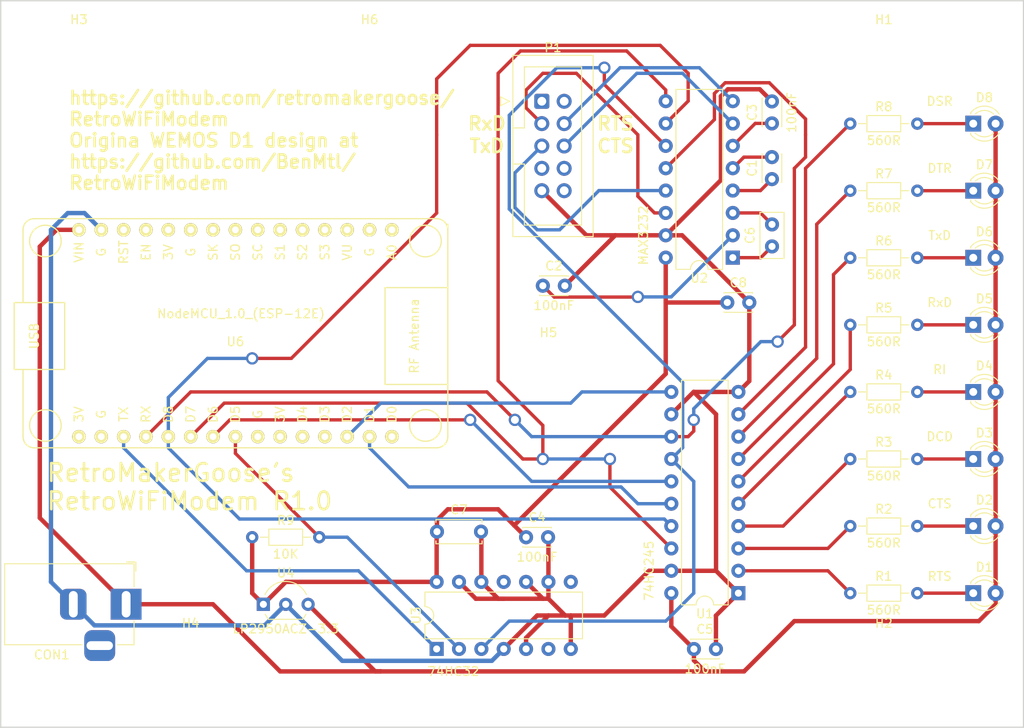
<source format=kicad_pcb>
(kicad_pcb (version 20211014) (generator pcbnew)
  (title_block (title "Retro WiFi Modem (NodeMCU)") (date "2022-09-09") (rev "1") (company "Forked from BenMtl's Retro WiFi Modem Github"))
  (layers (0 "F.Cu" signal) (31 "B.Cu" signal) (34 "B.Paste" user) (35 "F.Paste" user) (36 "B.SilkS" user "B.Silkscreen") (37 "F.SilkS" user "F.Silkscreen") (38 "B.Mask" user) (39 "F.Mask" user) (44 "Edge.Cuts" user))
  (net 0 "")
  (net 1 "Net-(C1-Pad1)")
  (net 2 "Net-(C1-Pad2)")
  (net 3 "Net-(C2-Pad1)")
  (net 4 "GND")
  (net 5 "Net-(C3-Pad1)")
  (net 6 "+3V3")
  (net 7 "+5V")
  (net 8 "Net-(C6-Pad1)")
  (net 9 "Net-(C6-Pad2)")
  (net 11 "Net-(D1-Pad1)")
  (net 12 "Net-(D2-Pad1)")
  (net 13 "Net-(D3-Pad1)")
  (net 14 "Net-(D4-Pad1)")
  (net 15 "Net-(D5-Pad1)")
  (net 16 "Net-(D6-Pad1)")
  (net 17 "Net-(D7-Pad1)")
  (net 18 "Net-(D8-Pad1)")
  (net 21 "Net-(P1-Pad3)")
  (net 22 "Net-(P1-Pad4)")
  (net 23 "Net-(P1-Pad5)")
  (net 24 "Net-(P1-Pad6)")
  (net 28 "Net-(R1-Pad1)")
  (net 29 "Net-(R2-Pad1)")
  (net 30 "Net-(R3-Pad1)")
  (net 31 "Net-(R4-Pad1)")
  (net 32 "Net-(R5-Pad1)")
  (net 33 "Net-(R6-Pad1)")
  (net 34 "Net-(R7-Pad1)")
  (net 35 "Net-(R8-Pad1)")
  (net 36 "Net-(R9-Pad2)")
  (net 37 "Net-(U1-Pad11)")
  (net 38 "Net-(U1-Pad13)")
  (net 39 "Net-(U1-Pad14)")
  (net 40 "Net-(U1-Pad15)")
  (net 41 "Net-(U1-Pad16)")
  (net 42 "Net-(U1-Pad17)")
  (net 43 "Net-(U1-Pad18)")
  (net 44 "Net-(U3-Pad1)")
  (footprint "Capacitor_THT:C_Disc_D3.0mm_W2.0mm_P2.50mm" (layer "F.Cu") (at 169.545 76.835)
    (fp_text reference "C2" (at 1.25 -2.25) (layer "F.SilkS"))
    (fp_text value "100nF" (at 1.25 2.25) (layer "F.SilkS"))
    (pad "1" thru_hole circle (at 0 0) (size 1.6 1.6) (drill 0.8) (layers *.Cu *.Mask) (net 3 "Net-(C2-Pad1)"))
    (pad "2" thru_hole circle (at 2.5 0) (size 1.6 1.6) (drill 0.8) (layers *.Cu *.Mask) (net 4 "GND"))
  )
  (footprint "Resistor_THT:R_Axial_DIN0204_L3.6mm_D1.6mm_P7.62mm_Horizontal" (layer "F.Cu") (at 136.525 105.405)
    (fp_text reference "R9" (at 3.81 -1.92) (layer "F.SilkS"))
    (fp_text value "10K" (at 3.81 1.92) (layer "F.SilkS"))
    (pad "1" thru_hole circle (at 0 0) (size 1.4 1.4) (drill 0.7) (layers *.Cu *.Mask) (net 6 "+3V3"))
    (pad "2" thru_hole oval (at 7.62 0) (size 1.4 1.4) (drill 0.7) (layers *.Cu *.Mask) (net 36 "Net-(R9-Pad2)"))
  )
  (footprint "Resistor_THT:R_Axial_DIN0204_L3.6mm_D1.6mm_P7.62mm_Horizontal" (layer "F.Cu") (at 204.47 66.04)
    (fp_text reference "R7" (at 3.81 -1.92) (layer "F.SilkS"))
    (fp_text value "560R" (at 3.81 1.92) (layer "F.SilkS"))
    (pad "1" thru_hole circle (at 0 0) (size 1.4 1.4) (drill 0.7) (layers *.Cu *.Mask) (net 34 "Net-(R7-Pad1)"))
    (pad "2" thru_hole oval (at 7.62 0) (size 1.4 1.4) (drill 0.7) (layers *.Cu *.Mask) (net 17 "Net-(D7-Pad1)"))
  )
  (footprint "Capacitor_THT:C_Disc_D3.0mm_W2.0mm_P2.50mm" (layer "F.Cu") (at 195.57 58.395 90)
    (fp_text reference "C3" (at 1.25 -2.25 90) (layer "F.SilkS"))
    (fp_text value "100nF" (at 1.25 2.25 90) (layer "F.SilkS"))
    (pad "1" thru_hole circle (at 0 0 90) (size 1.6 1.6) (drill 0.8) (layers *.Cu *.Mask) (net 5 "Net-(C3-Pad1)"))
    (pad "2" thru_hole circle (at 2.5 0 90) (size 1.6 1.6) (drill 0.8) (layers *.Cu *.Mask) (net 4 "GND"))
  )
  (footprint "MountingHole:MountingHole_3.2mm_M3" (layer "F.Cu") (at 129.54 119.38)
    (fp_text reference "H4" (at 0 -4.2) (layer "F.SilkS"))
    (fp_text value "MountingHole")
    (pad "" np_thru_hole circle (at 0 0) (size 3.2 3.2) (drill 3.2) (layers *.Cu *.Mask))
  )
  (footprint "Package_DIP:DIP-20_W7.62mm" (layer "F.Cu") (at 191.76 111.76 180)
    (fp_text reference "U1" (at 3.81 -2.33) (layer "F.SilkS"))
    (fp_text value "74HC245" (at 10.15 2.54 90) (layer "F.SilkS"))
    (pad "1" thru_hole rect (at 0 0 180) (size 1.6 1.6) (drill 0.8) (layers *.Cu *.Mask) (net 4 "GND"))
    (pad "2" thru_hole oval (at 0 2.54 180) (size 1.6 1.6) (drill 0.8) (layers *.Cu *.Mask) (net 28 "Net-(R1-Pad1)"))
    (pad "3" thru_hole oval (at 0 5.08 180) (size 1.6 1.6) (drill 0.8) (layers *.Cu *.Mask) (net 29 "Net-(R2-Pad1)"))
    (pad "4" thru_hole oval (at 0 7.62 180) (size 1.6 1.6) (drill 0.8) (layers *.Cu *.Mask) (net 30 "Net-(R3-Pad1)"))
    (pad "5" thru_hole oval (at 0 10.16 180) (size 1.6 1.6) (drill 0.8) (layers *.Cu *.Mask) (net 31 "Net-(R4-Pad1)"))
    (pad "6" thru_hole oval (at 0 12.7 180) (size 1.6 1.6) (drill 0.8) (layers *.Cu *.Mask) (net 32 "Net-(R5-Pad1)"))
    (pad "7" thru_hole oval (at 0 15.24 180) (size 1.6 1.6) (drill 0.8) (layers *.Cu *.Mask) (net 33 "Net-(R6-Pad1)"))
    (pad "8" thru_hole oval (at 0 17.78 180) (size 1.6 1.6) (drill 0.8) (layers *.Cu *.Mask) (net 34 "Net-(R7-Pad1)"))
    (pad "9" thru_hole oval (at 0 20.32 180) (size 1.6 1.6) (drill 0.8) (layers *.Cu *.Mask) (net 35 "Net-(R8-Pad1)"))
    (pad "10" thru_hole oval (at 0 22.86 180) (size 1.6 1.6) (drill 0.8) (layers *.Cu *.Mask) (net 4 "GND"))
    (pad "11" thru_hole oval (at 7.62 22.86 180) (size 1.6 1.6) (drill 0.8) (layers *.Cu *.Mask) (net 37 "Net-(U1-Pad11)"))
    (pad "12" thru_hole oval (at 7.62 20.32 180) (size 1.6 1.6) (drill 0.8) (layers *.Cu *.Mask) (net 4 "GND"))
    (pad "13" thru_hole oval (at 7.62 17.78 180) (size 1.6 1.6) (drill 0.8) (layers *.Cu *.Mask) (net 38 "Net-(U1-Pad13)"))
    (pad "14" thru_hole oval (at 7.62 15.24 180) (size 1.6 1.6) (drill 0.8) (layers *.Cu *.Mask) (net 39 "Net-(U1-Pad14)"))
    (pad "15" thru_hole oval (at 7.62 12.7 180) (size 1.6 1.6) (drill 0.8) (layers *.Cu *.Mask) (net 40 "Net-(U1-Pad15)"))
    (pad "16" thru_hole oval (at 7.62 10.16 180) (size 1.6 1.6) (drill 0.8) (layers *.Cu *.Mask) (net 41 "Net-(U1-Pad16)"))
    (pad "17" thru_hole oval (at 7.62 7.62 180) (size 1.6 1.6) (drill 0.8) (layers *.Cu *.Mask) (net 42 "Net-(U1-Pad17)"))
    (pad "18" thru_hole oval (at 7.62 5.08 180) (size 1.6 1.6) (drill 0.8) (layers *.Cu *.Mask) (net 43 "Net-(U1-Pad18)"))
    (pad "19" thru_hole oval (at 7.62 2.54 180) (size 1.6 1.6) (drill 0.8) (layers *.Cu *.Mask) (net 4 "GND"))
    (pad "20" thru_hole oval (at 7.62 0 180) (size 1.6 1.6) (drill 0.8) (layers *.Cu *.Mask) (net 7 "+5V"))
  )
  (footprint "Connector_IDC:IDC-Header_2x05_P2.54mm_Vertical" (layer "F.Cu") (at 169.4275 55.88)
    (fp_text reference "P1" (at 1.27 -6.1) (layer "F.SilkS"))
    (fp_text value "CONN_02X05")
    (pad "1" thru_hole roundrect (at 0 0) (size 1.7 1.7) (drill 1) (layers *.Cu *.Mask) (roundrect_rratio 0.1470588235))
    (pad "2" thru_hole circle (at 2.54 0) (size 1.7 1.7) (drill 1) (layers *.Cu *.Mask))
    (pad "3" thru_hole circle (at 0 2.54) (size 1.7 1.7) (drill 1) (layers *.Cu *.Mask) (net 21 "Net-(P1-Pad3)"))
    (pad "4" thru_hole circle (at 2.54 2.54) (size 1.7 1.7) (drill 1) (layers *.Cu *.Mask) (net 22 "Net-(P1-Pad4)"))
    (pad "5" thru_hole circle (at 0 5.08) (size 1.7 1.7) (drill 1) (layers *.Cu *.Mask) (net 23 "Net-(P1-Pad5)"))
    (pad "6" thru_hole circle (at 2.54 5.08) (size 1.7 1.7) (drill 1) (layers *.Cu *.Mask) (net 24 "Net-(P1-Pad6)"))
    (pad "7" thru_hole circle (at 0 7.62) (size 1.7 1.7) (drill 1) (layers *.Cu *.Mask))
    (pad "8" thru_hole circle (at 2.54 7.62) (size 1.7 1.7) (drill 1) (layers *.Cu *.Mask))
    (pad "9" thru_hole circle (at 0 10.16) (size 1.7 1.7) (drill 1) (layers *.Cu *.Mask) (net 4 "GND"))
    (pad "10" thru_hole circle (at 2.54 10.16) (size 1.7 1.7) (drill 1) (layers *.Cu *.Mask))
  )
  (footprint "Resistor_THT:R_Axial_DIN0204_L3.6mm_D1.6mm_P7.62mm_Horizontal" (layer "F.Cu") (at 204.47 81.28)
    (fp_text reference "R5" (at 3.81 -1.92) (layer "F.SilkS"))
    (fp_text value "560R" (at 3.81 1.92) (layer "F.SilkS"))
    (pad "1" thru_hole circle (at 0 0) (size 1.4 1.4) (drill 0.7) (layers *.Cu *.Mask) (net 32 "Net-(R5-Pad1)"))
    (pad "2" thru_hole oval (at 7.62 0) (size 1.4 1.4) (drill 0.7) (layers *.Cu *.Mask) (net 15 "Net-(D5-Pad1)"))
  )
  (footprint "Resistor_THT:R_Axial_DIN0204_L3.6mm_D1.6mm_P7.62mm_Horizontal" (layer "F.Cu") (at 204.47 73.66)
    (fp_text reference "R6" (at 3.81 -1.92) (layer "F.SilkS"))
    (fp_text value "560R" (at 3.81 1.92) (layer "F.SilkS"))
    (pad "1" thru_hole circle (at 0 0) (size 1.4 1.4) (drill 0.7) (layers *.Cu *.Mask) (net 33 "Net-(R6-Pad1)"))
    (pad "2" thru_hole oval (at 7.62 0) (size 1.4 1.4) (drill 0.7) (layers *.Cu *.Mask) (net 16 "Net-(D6-Pad1)"))
  )
  (footprint "ESP8266:ESP12F-Devkit-V3" (layer "F.Cu") (at 133.35 82.55 -90)
    (fp_text reference "U6" (at 0.635 -1.27 180) (layer "F.SilkS"))
    (fp_text value "NodeMCU_1.0_(ESP-12E)" (at -2.54 -1.905 180) (layer "F.SilkS"))
    (fp_text user "S3" (at -9.525 -11.43 90) (layer "F.SilkS"))
    (fp_text user "SK" (at -9.525 1.27 90) (layer "F.SilkS"))
    (fp_text user "SC" (at -9.525 -3.81 90) (layer "F.SilkS"))
    (fp_text user "G" (at 8.89 -3.81 90) (layer "F.SilkS"))
    (fp_text user "D1" (at 8.89 -16.51 90) (layer "F.SilkS"))
    (fp_text user "RST" (at -9.525 11.43 90) (layer "F.SilkS"))
    (fp_text user "S2" (at -9.525 -8.89 90) (layer "F.SilkS"))
    (fp_text user "A0" (at -9.525 -19.05 90) (layer "F.SilkS"))
    (fp_text user "TX" (at 8.89 11.43 90) (layer "F.SilkS"))
    (fp_text user "D0" (at 8.89 -19.05 90) (layer "F.SilkS"))
    (fp_text user "D2" (at 8.89 -13.97 90) (layer "F.SilkS"))
    (fp_text user "USB" (at 0 21.59 90) (layer "F.SilkS"))
    (fp_text user "D3" (at 8.89 -11.43 90) (layer "F.SilkS"))
    (fp_text user "RX" (at 8.89 8.89 90) (layer "F.SilkS"))
    (fp_text user "G" (at -9.525 -16.51 90) (layer "F.SilkS"))
    (fp_text user "D8" (at 8.89 6.35 90) (layer "F.SilkS"))
    (fp_text user "RF Antenna" (at 0 -21.59 90) (layer "F.SilkS"))
    (fp_text user "3V" (at -9.525 6.35 90) (layer "F.SilkS"))
    (fp_text user "G" (at -9.525 13.97 90) (layer "F.SilkS"))
    (fp_text user "3V" (at 8.89 16.51 90) (layer "F.SilkS"))
    (fp_text user "D6" (at 8.89 1.27 90) (layer "F.SilkS"))
    (fp_text user "D5" (at 8.89 -1.27 90) (layer "F.SilkS"))
    (fp_text user "SO" (at -9.525 -1.27 90) (layer "F.SilkS"))
    (fp_text user "G" (at -9.525 3.81 90) (layer "F.SilkS"))
    (fp_text user "VIN" (at -9.525 16.51 90) (layer "F.SilkS"))
    (fp_text user "EN" (at -9.525 8.89 90) (layer "F.SilkS"))
    (fp_text user "3V" (at 8.89 -6.35 90) (layer "F.SilkS"))
    (fp_text user "D4" (at 8.89 -8.89 90) (layer "F.SilkS"))
    (fp_text user "D7" (at 8.89 3.81 90) (layer "F.SilkS"))
    (fp_text user "VU" (at -9.525 -13.97 90) (layer "F.SilkS"))
    (fp_text user "S1" (at -9.525 -6.35 90) (layer "F.SilkS"))
    (fp_text user "G" (at 8.89 13.97 90) (layer "F.SilkS"))
    (pad "1" thru_hole circle locked (at -12.065 -19.05 270) (size 1.524 1.524) (drill 0.762) (layers *.Cu *.Mask "F.SilkS"))
    (pad "2" thru_hole circle locked (at -12.065 -16.51 270) (size 1.524 1.524) (drill 0.762) (layers *.Cu *.Mask "F.SilkS"))
    (pad "3" thru_hole circle locked (at -12.065 -13.97 270) (size 1.524 1.524) (drill 0.762) (layers *.Cu *.Mask "F.SilkS"))
    (pad "4" thru_hole circle locked (at -12.065 -11.43 270) (size 1.524 1.524) (drill 0.762) (layers *.Cu *.Mask "F.SilkS"))
    (pad "5" thru_hole circle locked (at -12.065 -8.89 270) (size 1.524 1.524) (drill 0.762) (layers *.Cu *.Mask "F.SilkS"))
    (pad "6" thru_hole circle locked (at -12.065 -6.35 270) (size 1.524 1.524) (drill 0.762) (layers *.Cu *.Mask "F.SilkS"))
    (pad "7" thru_hole circle locked (at -12.065 -3.81 270) (size 1.524 1.524) (drill 0.762) (layers *.Cu *.Mask "F.SilkS"))
    (pad "8" thru_hole circle locked (at -12.065 -1.27 270) (size 1.524 1.524) (drill 0.762) (layers *.Cu *.Mask "F.SilkS"))
    (pad "9" thru_hole circle locked (at -12.065 1.27 270) (size 1.524 1.524) (drill 0.762) (layers *.Cu *.Mask "F.SilkS"))
    (pad "10" thru_hole circle locked (at -12.065 3.81 270) (size 1.524 1.524) (drill 0.762) (layers *.Cu *.Mask "F.SilkS"))
    (pad "11" thru_hole circle locked (at -12.065 6.35 270) (size 1.524 1.524) (drill 0.762) (layers *.Cu *.Mask "F.SilkS"))
    (pad "12" thru_hole circle locked (at -12.065 8.89 270) (size 1.524 1.524) (drill 0.762) (layers *.Cu *.Mask "F.SilkS"))
    (pad "13" thru_hole circle locked (at -12.065 11.43 270) (size 1.524 1.524) (drill 0.762) (layers *.Cu *.Mask "F.SilkS"))
    (pad "14" thru_hole circle locked (at -12.065 13.97 270) (size 1.524 1.524) (drill 0.762) (layers *.Cu *.Mask "F.SilkS") (net 4 "GND"))
    (pad "15" thru_hole circle locked (at -12.065 16.51 270) (size 1.524 1.524) (drill 0.762) (layers *.Cu *.Mask "F.SilkS") (net 7 "+5V"))
    (pad "16" thru_hole circle locked (at 11.43 16.51 270) (size 1.524 1.524) (drill 0.762) (layers *.Cu *.Mask "F.SilkS"))
    (pad "17" thru_hole circle locked (at 11.43 13.97 270) (size 1.524 1.524) (drill 0.762) (layers *.Cu *.Mask "F.SilkS"))
    (pad "18" thru_hole circle locked (at 11.43 11.43 270) (size 1.524 1.524) (drill 0.762) (layers *.Cu *.Mask "F.SilkS") (net 44 "Net-(U3-Pad1)"))
    (pad "19" thru_hole circle locked (at 11.43 8.89 270) (size 1.524 1.524) (drill 0.762) (layers *.Cu *.Mask "F.SilkS") (net 38 "Net-(U1-Pad13)"))
    (pad "20" thru_hole circle locked (at 11.43 6.35 270) (size 1.524 1.524) (drill 0.762) (layers *.Cu *.Mask "F.SilkS") (net 42 "Net-(U1-Pad17)"))
    (pad "21" thru_hole circle locked (at 11.43 3.81 270) (size 1.524 1.524) (drill 0.762) (layers *.Cu *.Mask "F.SilkS") (net 43 "Net-(U1-Pad18)"))
    (pad "22" thru_hole circle locked (at 11.43 1.27 270) (size 1.524 1.524) (drill 0.762) (layers *.Cu *.Mask "F.SilkS") (net 40 "Net-(U1-Pad15)"))
    (pad "23" thru_hole circle locked (at 11.43 -1.27 270) (size 1.524 1.524) (drill 0.762) (layers *.Cu *.Mask "F.SilkS") (net 36 "Net-(R9-Pad2)"))
    (pad "24" thru_hole circle locked (at 11.43 -3.81 270) (size 1.524 1.524) (drill 0.762) (layers *.Cu *.Mask "F.SilkS"))
    (pad "25" thru_hole circle locked (at 11.43 -6.35 270) (size 1.524 1.524) (drill 0.762) (layers *.Cu *.Mask "F.SilkS"))
    (pad "26" thru_hole circle locked (at 11.43 -8.89 270) (size 1.524 1.524) (drill 0.762) (layers *.Cu *.Mask "F.SilkS"))
    (pad "27" thru_hole circle locked (at 11.43 -11.43 270) (size 1.524 1.524) (drill 0.762) (layers *.Cu *.Mask "F.SilkS"))
    (pad "28" thru_hole circle locked (at 11.43 -13.97 270) (size 1.524 1.524) (drill 0.762) (layers *.Cu *.Mask "F.SilkS") (net 37 "Net-(U1-Pad11)"))
    (pad "29" thru_hole circle locked (at 11.43 -16.51 270) (size 1.524 1.524) (drill 0.762) (layers *.Cu *.Mask "F.SilkS") (net 41 "Net-(U1-Pad16)"))
    (pad "30" thru_hole circle locked (at 11.43 -19.05 270) (size 1.524 1.524) (drill 0.762) (layers *.Cu *.Mask "F.SilkS"))
  )
  (footprint "LED_THT:LED_D3.0mm" (layer "F.Cu") (at 218.44 81.28)
    (fp_text reference "D5" (at 1.27 -2.96) (layer "F.SilkS"))
    (fp_text value "TLPR5600")
    (pad "1" thru_hole rect (at 0 0) (size 1.8 1.8) (drill 0.9) (layers *.Cu *.Mask) (net 15 "Net-(D5-Pad1)"))
    (pad "2" thru_hole circle (at 2.54 0) (size 1.8 1.8) (drill 0.9) (layers *.Cu *.Mask) (net 7 "+5V"))
  )
  (footprint "Capacitor_THT:C_Disc_D5.0mm_W2.5mm_P2.50mm" (layer "F.Cu") (at 195.58 72.37 90)
    (fp_text reference "C6" (at 1.25 -2.5 90) (layer "F.SilkS"))
    (fp_text value "100nF")
    (pad "1" thru_hole circle (at 0 0 90) (size 1.6 1.6) (drill 0.8) (layers *.Cu *.Mask) (net 8 "Net-(C6-Pad1)"))
    (pad "2" thru_hole circle (at 2.5 0 90) (size 1.6 1.6) (drill 0.8) (layers *.Cu *.Mask) (net 9 "Net-(C6-Pad2)"))
  )
  (footprint "Resistor_THT:R_Axial_DIN0204_L3.6mm_D1.6mm_P7.62mm_Horizontal" (layer "F.Cu") (at 204.47 88.9)
    (fp_text reference "R4" (at 3.81 -1.92) (layer "F.SilkS"))
    (fp_text value "560R" (at 3.81 1.92) (layer "F.SilkS"))
    (pad "1" thru_hole circle (at 0 0) (size 1.4 1.4) (drill 0.7) (layers *.Cu *.Mask) (net 31 "Net-(R4-Pad1)"))
    (pad "2" thru_hole oval (at 7.62 0) (size 1.4 1.4) (drill 0.7) (layers *.Cu *.Mask) (net 14 "Net-(D4-Pad1)"))
  )
  (footprint "LED_THT:LED_D3.0mm" (layer "F.Cu") (at 218.44 58.42)
    (fp_text reference "D8" (at 1.27 -2.96) (layer "F.SilkS"))
    (fp_text value "TLPR5600")
    (pad "1" thru_hole rect (at 0 0) (size 1.8 1.8) (drill 0.9) (layers *.Cu *.Mask) (net 18 "Net-(D8-Pad1)"))
    (pad "2" thru_hole circle (at 2.54 0) (size 1.8 1.8) (drill 0.9) (layers *.Cu *.Mask) (net 7 "+5V"))
  )
  (footprint "Package_TO_SOT_THT:TO-92L_Inline_Wide" (layer "F.Cu") (at 137.795 113.03)
    (fp_text reference "U4" (at 2.54 -3.56) (layer "F.SilkS"))
    (fp_text value "LP2950ACZ-3.3" (at 2.54 2.79) (layer "F.SilkS"))
    (pad "1" thru_hole rect (at 0 0) (size 1.5 1.5) (drill 0.8) (layers *.Cu *.Mask) (net 6 "+3V3"))
    (pad "2" thru_hole circle (at 2.54 0) (size 1.5 1.5) (drill 0.8) (layers *.Cu *.Mask) (net 4 "GND"))
    (pad "3" thru_hole circle (at 5.08 0) (size 1.5 1.5) (drill 0.8) (layers *.Cu *.Mask) (net 7 "+5V"))
  )
  (footprint "Connector_BarrelJack:BarrelJack_Horizontal" (layer "F.Cu") (at 122.205 113.02)
    (fp_text reference "CON1" (at -8.45 5.75) (layer "F.SilkS"))
    (fp_text value "BARREL_JACK")
    (pad "1" thru_hole rect (at 0 0) (size 3.5 3.5) (drill oval 1 3) (layers *.Cu *.Mask) (net 7 "+5V"))
    (pad "2" thru_hole roundrect (at -6 0) (size 3 3.5) (drill oval 1 3) (layers *.Cu *.Mask) (net 4 "GND"))
    (pad "3" thru_hole roundrect (at -3 4.7) (size 3.5 3.5) (drill oval 3 1) (layers *.Cu *.Mask))
  )
  (footprint "MountingHole:MountingHole_3.2mm_M3" (layer "F.Cu") (at 116.84 50.8)
    (fp_text reference "H3" (at 0 -4.2) (layer "F.SilkS"))
    (fp_text value "MountingHole")
    (pad "" np_thru_hole circle (at 0 0) (size 3.2 3.2) (drill 3.2) (layers *.Cu *.Mask))
  )
  (footprint "Package_DIP:DIP-16_W7.62mm" (layer "F.Cu") (at 191.125 73.645 180)
    (fp_text reference "U2" (at 3.81 -2.33) (layer "F.SilkS"))
    (fp_text value "MAX3232" (at 10.15 2.525 90) (layer "F.SilkS"))
    (pad "1" thru_hole rect (at 0 0 180) (size 1.6 1.6) (drill 0.8) (layers *.Cu *.Mask) (net 8 "Net-(C6-Pad1)"))
    (pad "2" thru_hole oval (at 0 2.54 180) (size 1.6 1.6) (drill 0.8) (layers *.Cu *.Mask) (net 3 "Net-(C2-Pad1)"))
    (pad "3" thru_hole oval (at 0 5.08 180) (size 1.6 1.6) (drill 0.8) (layers *.Cu *.Mask) (net 9 "Net-(C6-Pad2)"))
    (pad "4" thru_hole oval (at 0 7.62 180) (size 1.6 1.6) (drill 0.8) (layers *.Cu *.Mask) (net 1 "Net-(C1-Pad1)"))
    (pad "5" thru_hole oval (at 0 10.16 180) (size 1.6 1.6) (drill 0.8) (layers *.Cu *.Mask) (net 2 "Net-(C1-Pad2)"))
    (pad "6" thru_hole oval (at 0 12.7 180) (size 1.6 1.6) (drill 0.8) (layers *.Cu *.Mask) (net 5 "Net-(C3-Pad1)"))
    (pad "7" thru_hole oval (at 0 15.24 180) (size 1.6 1.6) (drill 0.8) (layers *.Cu *.Mask) (net 24 "Net-(P1-Pad6)"))
    (pad "8" thru_hole oval (at 0 17.78 180) (size 1.6 1.6) (drill 0.8) (layers *.Cu *.Mask) (net 22 "Net-(P1-Pad4)"))
    (pad "9" thru_hole oval (at 7.62 17.78 180) (size 1.6 1.6) (drill 0.8) (layers *.Cu *.Mask) (net 43 "Net-(U1-Pad18)"))
    (pad "10" thru_hole oval (at 7.62 15.24 180) (size 1.6 1.6) (drill 0.8) (layers *.Cu *.Mask) (net 42 "Net-(U1-Pad17)"))
    (pad "11" thru_hole oval (at 7.62 12.7 180) (size 1.6 1.6) (drill 0.8) (layers *.Cu *.Mask) (net 39 "Net-(U1-Pad14)"))
    (pad "12" thru_hole oval (at 7.62 10.16 180) (size 1.6 1.6) (drill 0.8) (layers *.Cu *.Mask) (net 38 "Net-(U1-Pad13)"))
    (pad "13" thru_hole oval (at 7.62 7.62 180) (size 1.6 1.6) (drill 0.8) (layers *.Cu *.Mask) (net 23 "Net-(P1-Pad5)"))
    (pad "14" thru_hole oval (at 7.62 5.08 180) (size 1.6 1.6) (drill 0.8) (layers *.Cu *.Mask) (net 21 "Net-(P1-Pad3)"))
    (pad "15" thru_hole oval (at 7.62 2.54 180) (size 1.6 1.6) (drill 0.8) (layers *.Cu *.Mask) (net 4 "GND"))
    (pad "16" thru_hole oval (at 7.62 0 180) (size 1.6 1.6) (drill 0.8) (layers *.Cu *.Mask) (net 6 "+3V3"))
  )
  (footprint "Capacitor_THT:C_Disc_D3.0mm_W2.0mm_P2.50mm" (layer "F.Cu") (at 167.64 105.41)
    (fp_text reference "C4" (at 1.25 -2.25) (layer "F.SilkS"))
    (fp_text value "100nF" (at 1.25 2.25) (layer "F.SilkS"))
    (pad "1" thru_hole circle (at 0 0) (size 1.6 1.6) (drill 0.8) (layers *.Cu *.Mask) (net 6 "+3V3"))
    (pad "2" thru_hole circle (at 2.5 0) (size 1.6 1.6) (drill 0.8) (layers *.Cu *.Mask) (net 4 "GND"))
  )
  (footprint "Resistor_THT:R_Axial_DIN0204_L3.6mm_D1.6mm_P7.62mm_Horizontal" (layer "F.Cu") (at 204.47 58.42)
    (fp_text reference "R8" (at 3.81 -1.92) (layer "F.SilkS"))
    (fp_text value "560R" (at 3.81 1.92) (layer "F.SilkS"))
    (pad "1" thru_hole circle (at 0 0) (size 1.4 1.4) (drill 0.7) (layers *.Cu *.Mask) (net 35 "Net-(R8-Pad1)"))
    (pad "2" thru_hole oval (at 7.62 0) (size 1.4 1.4) (drill 0.7) (layers *.Cu *.Mask) (net 18 "Net-(D8-Pad1)"))
  )
  (footprint "Capacitor_THT:C_Disc_D3.0mm_W2.0mm_P2.50mm" (layer "F.Cu") (at 190.5 78.74)
    (fp_text reference "C8" (at 1.25 -2.25) (layer "F.SilkS"))
    (fp_text value "100nF")
    (pad "1" thru_hole circle (at 0 0) (size 1.6 1.6) (drill 0.8) (layers *.Cu *.Mask) (net 6 "+3V3"))
    (pad "2" thru_hole circle (at 2.5 0) (size 1.6 1.6) (drill 0.8) (layers *.Cu *.Mask) (net 4 "GND"))
  )
  (footprint "LED_THT:LED_D3.0mm" (layer "F.Cu") (at 218.44 88.9)
    (fp_text reference "D4" (at 1.27 -2.96) (layer "F.SilkS"))
    (fp_text value "TLPR5600")
    (pad "1" thru_hole rect (at 0 0) (size 1.8 1.8) (drill 0.9) (layers *.Cu *.Mask) (net 14 "Net-(D4-Pad1)"))
    (pad "2" thru_hole circle (at 2.54 0) (size 1.8 1.8) (drill 0.9) (layers *.Cu *.Mask) (net 7 "+5V"))
  )
  (footprint "MountingHole:MountingHole_3.2mm_M3" (layer "F.Cu") (at 208.28 50.8)
    (fp_text reference "H1" (at 0 -4.2) (layer "F.SilkS"))
    (fp_text value "MountingHole")
    (pad "" np_thru_hole circle (at 0 0) (size 3.2 3.2) (drill 3.2) (layers *.Cu *.Mask))
  )
  (footprint "Package_DIP:DIP-14_W7.62mm" (layer "F.Cu") (at 157.48 118.1 90)
    (fp_text reference "U3" (at 3.81 -2.33 90) (layer "F.SilkS"))
    (fp_text value "74HC32" (at -2.55 1.905 180) (layer "F.SilkS"))
    (pad "1" thru_hole rect (at 0 0 90) (size 1.6 1.6) (drill 0.8) (layers *.Cu *.Mask) (net 44 "Net-(U3-Pad1)"))
    (pad "2" thru_hole oval (at 0 2.54 90) (size 1.6 1.6) (drill 0.8) (layers *.Cu *.Mask) (net 36 "Net-(R9-Pad2)"))
    (pad "3" thru_hole oval (at 0 5.08 90) (size 1.6 1.6) (drill 0.8) (layers *.Cu *.Mask) (net 39 "Net-(U1-Pad14)"))
    (pad "4" thru_hole oval (at 0 7.62 90) (size 1.6 1.6) (drill 0.8) (layers *.Cu *.Mask) (net 4 "GND"))
    (pad "5" thru_hole oval (at 0 10.16 90) (size 1.6 1.6) (drill 0.8) (layers *.Cu *.Mask) (net 4 "GND"))
    (pad "6" thru_hole oval (at 0 12.7 90) (size 1.6 1.6) (drill 0.8) (layers *.Cu *.Mask))
    (pad "7" thru_hole oval (at 0 15.24 90) (size 1.6 1.6) (drill 0.8) (layers *.Cu *.Mask) (net 4 "GND"))
    (pad "8" thru_hole oval (at 7.62 15.24 90) (size 1.6 1.6) (drill 0.8) (layers *.Cu *.Mask))
    (pad "9" thru_hole oval (at 7.62 12.7 90) (size 1.6 1.6) (drill 0.8) (layers *.Cu *.Mask) (net 4 "GND"))
    (pad "10" thru_hole oval (at 7.62 10.16 90) (size 1.6 1.6) (drill 0.8) (layers *.Cu *.Mask) (net 4 "GND"))
    (pad "11" thru_hole oval (at 7.62 7.62 90) (size 1.6 1.6) (drill 0.8) (layers *.Cu *.Mask))
    (pad "12" thru_hole oval (at 7.62 5.08 90) (size 1.6 1.6) (drill 0.8) (layers *.Cu *.Mask) (net 4 "GND"))
    (pad "13" thru_hole oval (at 7.62 2.54 90) (size 1.6 1.6) (drill 0.8) (layers *.Cu *.Mask) (net 4 "GND"))
    (pad "14" thru_hole oval (at 7.62 0 90) (size 1.6 1.6) (drill 0.8) (layers *.Cu *.Mask) (net 6 "+3V3"))
  )
  (footprint "LED_THT:LED_D3.0mm" (layer "F.Cu") (at 218.44 104.14)
    (fp_text reference "D2" (at 1.27 -2.96) (layer "F.SilkS"))
    (fp_text value "TLPR5600")
    (pad "1" thru_hole rect (at 0 0) (size 1.8 1.8) (drill 0.9) (layers *.Cu *.Mask) (net 12 "Net-(D2-Pad1)"))
    (pad "2" thru_hole circle (at 2.54 0) (size 1.8 1.8) (drill 0.9) (layers *.Cu *.Mask) (net 7 "+5V"))
  )
  (footprint "LED_THT:LED_D3.0mm" (layer "F.Cu") (at 218.44 66.04)
    (fp_text reference "D7" (at 1.27 -2.96) (layer "F.SilkS"))
    (fp_text value "TLPR5600")
    (pad "1" thru_hole rect (at 0 0) (size 1.8 1.8) (drill 0.9) (layers *.Cu *.Mask) (net 17 "Net-(D7-Pad1)"))
    (pad "2" thru_hole circle (at 2.54 0) (size 1.8 1.8) (drill 0.9) (layers *.Cu *.Mask) (net 7 "+5V"))
  )
  (footprint "MountingHole:MountingHole_3.2mm_M3" (layer "F.Cu") (at 149.86 50.8)
    (fp_text reference "H6" (at 0 -4.2) (layer "F.SilkS"))
    (fp_text value "MountingHole")
    (pad "" np_thru_hole circle (at 0 0) (size 3.2 3.2) (drill 3.2) (layers *.Cu *.Mask))
  )
  (footprint "Resistor_THT:R_Axial_DIN0204_L3.6mm_D1.6mm_P7.62mm_Horizontal" (layer "F.Cu") (at 204.47 96.52)
    (fp_text reference "R3" (at 3.81 -1.92) (layer "F.SilkS"))
    (fp_text value "560R" (at 3.81 1.92) (layer "F.SilkS"))
    (pad "1" thru_hole circle (at 0 0) (size 1.4 1.4) (drill 0.7) (layers *.Cu *.Mask) (net 30 "Net-(R3-Pad1)"))
    (pad "2" thru_hole oval (at 7.62 0) (size 1.4 1.4) (drill 0.7) (layers *.Cu *.Mask) (net 13 "Net-(D3-Pad1)"))
  )
  (footprint "Resistor_THT:R_Axial_DIN0204_L3.6mm_D1.6mm_P7.62mm_Horizontal" (layer "F.Cu") (at 204.47 111.76)
    (fp_text reference "R1" (at 3.81 -1.92) (layer "F.SilkS"))
    (fp_text value "560R" (at 3.81 1.92) (layer "F.SilkS"))
    (pad "1" thru_hole circle (at 0 0) (size 1.4 1.4) (drill 0.7) (layers *.Cu *.Mask) (net 28 "Net-(R1-Pad1)"))
    (pad "2" thru_hole oval (at 7.62 0) (size 1.4 1.4) (drill 0.7) (layers *.Cu *.Mask) (net 11 "Net-(D1-Pad1)"))
  )
  (footprint "Capacitor_THT:C_Disc_D3.0mm_W2.0mm_P2.50mm" (layer "F.Cu") (at 186.71 118.11)
    (fp_text reference "C5" (at 1.25 -2.25) (layer "F.SilkS"))
    (fp_text value "100nF" (at 1.25 2.25) (layer "F.SilkS"))
    (pad "1" thru_hole circle (at 0 0) (size 1.6 1.6) (drill 0.8) (layers *.Cu *.Mask) (net 7 "+5V"))
    (pad "2" thru_hole circle (at 2.5 0) (size 1.6 1.6) (drill 0.8) (layers *.Cu *.Mask) (net 4 "GND"))
  )
  (footprint "LED_THT:LED_D3.0mm" (layer "F.Cu") (at 218.44 111.76)
    (fp_text reference "D1" (at 1.27 -2.96) (layer "F.SilkS"))
    (fp_text value "TLPR5600")
    (pad "1" thru_hole rect (at 0 0) (size 1.8 1.8) (drill 0.9) (layers *.Cu *.Mask) (net 11 "Net-(D1-Pad1)"))
    (pad "2" thru_hole circle (at 2.54 0) (size 1.8 1.8) (drill 0.9) (layers *.Cu *.Mask) (net 7 "+5V"))
  )
  (footprint "MountingHole:MountingHole_3.2mm_M3" (layer "F.Cu") (at 208.28 119.38)
    (fp_text reference "H2" (at 0 -4.2) (layer "F.SilkS"))
    (fp_text value "MountingHole")
    (pad "" np_thru_hole circle (at 0 0) (size 3.2 3.2) (drill 3.2) (layers *.Cu *.Mask))
  )
  (footprint "Capacitor_THT:C_Disc_D3.0mm_W2.0mm_P2.50mm" (layer "F.Cu") (at 195.57 64.725 90)
    (fp_text reference "C1" (at 1.25 -2.25 90) (layer "F.SilkS"))
    (fp_text value "100nF")
    (pad "1" thru_hole circle (at 0 0 90) (size 1.6 1.6) (drill 0.8) (layers *.Cu *.Mask) (net 1 "Net-(C1-Pad1)"))
    (pad "2" thru_hole circle (at 2.5 0 90) (size 1.6 1.6) (drill 0.8) (layers *.Cu *.Mask) (net 2 "Net-(C1-Pad2)"))
  )
  (footprint "MountingHole:MountingHole_3.2mm_M3" (layer "F.Cu") (at 170.18 86.36)
    (fp_text reference "H5" (at 0 -4.2) (layer "F.SilkS"))
    (fp_text value "MountingHole")
    (pad "" np_thru_hole circle (at 0 0) (size 3.2 3.2) (drill 3.2) (layers *.Cu *.Mask))
  )
  (footprint "LED_THT:LED_D3.0mm" (layer "F.Cu") (at 218.44 73.66)
    (fp_text reference "D6" (at 1.27 -2.96) (layer "F.SilkS"))
    (fp_text value "TLPR5600")
    (pad "1" thru_hole rect (at 0 0) (size 1.8 1.8) (drill 0.9) (layers *.Cu *.Mask) (net 16 "Net-(D6-Pad1)"))
    (pad "2" thru_hole circle (at 2.54 0) (size 1.8 1.8) (drill 0.9) (layers *.Cu *.Mask) (net 7 "+5V"))
  )
  (footprint "Resistor_THT:R_Axial_DIN0204_L3.6mm_D1.6mm_P7.62mm_Horizontal" (layer "F.Cu") (at 204.47 104.14)
    (fp_text reference "R2" (at 3.81 -1.92) (layer "F.SilkS"))
    (fp_text value "560R" (at 3.81 1.92) (layer "F.SilkS"))
    (pad "1" thru_hole circle (at 0 0) (size 1.4 1.4) (drill 0.7) (layers *.Cu *.Mask) (net 29 "Net-(R2-Pad1)"))
    (pad "2" thru_hole oval (at 7.62 0) (size 1.4 1.4) (drill 0.7) (layers *.Cu *.Mask) (net 12 "Net-(D2-Pad1)"))
  )
  (footprint "Capacitor_THT:C_Disc_D5.0mm_W2.5mm_P5.00mm" (layer "F.Cu") (at 157.52 104.775)
    (fp_text reference "C7" (at 2.5 -2.5) (layer "F.SilkS"))
    (fp_text value "1uF")
    (pad "1" thru_hole circle (at 0 0) (size 1.6 1.6) (drill 0.8) (layers *.Cu *.Mask) (net 6 "+3V3"))
    (pad "2" thru_hole circle (at 5 0) (size 1.6 1.6) (drill 0.8) (layers *.Cu *.Mask) (net 4 "GND"))
  )
  (footprint "LED_THT:LED_D3.0mm" (layer "F.Cu") (at 218.44 96.52)
    (fp_text reference "D3" (at 1.27 -2.96) (layer "F.SilkS"))
    (fp_text value "TLPR5600")
    (pad "1" thru_hole rect (at 0 0) (size 1.8 1.8) (drill 0.9) (layers *.Cu *.Mask) (net 13 "Net-(D3-Pad1)"))
    (pad "2" thru_hole circle (at 2.54 0) (size 1.8 1.8) (drill 0.9) (layers *.Cu *.Mask) (net 7 "+5V"))
  )
  (gr_line (start 107.95 44.45) (end 224.155 44.45) (layer "Edge.Cuts") (width 0.15))
  (gr_line (start 224.155 44.45) (end 224.155 127) (layer "Edge.Cuts") (width 0.15))
  (gr_line (start 224.155 127) (end 107.95 127) (layer "Edge.Cuts") (width 0.15))
  (gr_line (start 107.95 127) (end 107.95 44.45) (layer "Edge.Cuts") (width 0.15))
  (gr_text "RxD" (at 163.195 58.42) (layer "F.SilkS") (effects (font (size 1.5 1.5) (thickness 0.3))))
  (gr_text "RI" (at 214.63 86.36) (layer "F.SilkS") (effects (font (size 1 1))))
  (gr_text "TxD" (at 163.195 60.96) (layer "F.SilkS") (effects (font (size 1.5 1.5) (thickness 0.3))))
  (gr_text "TxD" (at 214.63 71.12) (layer "F.SilkS") (effects (font (size 1 1))))
  (gr_text "RTS" (at 214.63 109.855) (layer "F.SilkS") (effects (font (size 1 1))))
  (gr_text "RetroMakerGoose's\nRetroWiFiModem R1.0" (at 113.03 99.695) (layer "F.SilkS") (effects (font (size 2 2) (thickness 0.3)) (justify left)))
  (gr_text "CTS" (at 177.8 60.96) (layer "F.SilkS") (effects (font (size 1.5 1.5) (thickness 0.3))))
  (gr_text "CTS" (at 214.63 101.6) (layer "F.SilkS") (effects (font (size 1 1))))
  (gr_text "RTS" (at 177.8 58.42) (layer "F.SilkS") (effects (font (size 1.5 1.5) (thickness 0.3))))
  (gr_text "DTR" (at 214.63 63.5) (layer "F.SilkS") (effects (font (size 1 1))))
  (gr_text "DCD" (at 214.63 93.98) (layer "F.SilkS") (effects (font (size 1 1))))
  (gr_text "RxD" (at 214.63 78.74) (layer "F.SilkS") (effects (font (size 1 1))))
  (gr_text "DSR" (at 214.63 55.88) (layer "F.SilkS") (effects (font (size 1 1))))
  (gr_text "https://github.com/retromakergoose/\nRetroWiFiModem\nOrigina WEMOS D1 design at\nhttps://github.com/BenMtl/\nRetroWiFiModem" (at 115.57 60.325) (layer "F.SilkS") (effects (font (size 1.5 1.5) (thickness 0.3)) (justify left)))
  (segment (start 191.125 66.025) (end 194.27 66.025) (width 0.38) (layer "F.Cu") (net 1))
  (segment (start 194.27 66.025) (end 195.57 64.725) (width 0.38) (layer "F.Cu") (net 1))
  (segment (start 192.385 62.225) (end 191.125 63.485) (width 0.38) (layer "F.Cu") (net 2))
  (segment (start 195.57 62.225) (end 192.385 62.225) (width 0.38) (layer "F.Cu") (net 2))
  (segment (start 169.545 76.835) (end 170.834511 78.124511) (width 0.38) (layer "F.Cu") (net 3))
  (segment (start 170.834511 78.124511) (end 180.320489 78.124511) (width 0.38) (layer "F.Cu") (net 3))
  (segment (start 180.320489 78.124511) (end 180.34 78.105) (width 0.38) (layer "F.Cu") (net 3))
  (via (at 180.34 78.105) (size 1.4) (drill 0.9) (layers "F.Cu" "B.Cu") (net 3))
  (segment (start 184.125 78.105) (end 191.125 71.105) (width 0.38) (layer "B.Cu") (net 3))
  (segment (start 180.34 78.105) (end 184.125 78.105) (width 0.38) (layer "B.Cu") (net 3))
  (segment (start 193 87.66) (end 191.76 88.9) (width 0.5) (layer "F.Cu") (net 4))
  (segment (start 189.775489 55.306013) (end 190.566013 54.515489) (width 0.5) (layer "F.Cu") (net 4))
  (segment (start 172.085 114.3) (end 172.72 114.3) (width 0.5) (layer "F.Cu") (net 4))
  (segment (start 176.53 114.3) (end 181.61 109.22) (width 0.5) (layer "F.Cu") (net 4))
  (segment (start 169.4275 66.04) (end 174.4925 71.105) (width 0.5) (layer "F.Cu") (net 4))
  (segment (start 165.1 118.1) (end 168.9 114.3) (width 0.5) (layer "F.Cu") (net 4))
  (segment (start 167.64 110.48) (end 169.555 112.395) (width 0.5) (layer "F.Cu") (net 4))
  (segment (start 164.475 112.395) (end 165.1 112.395) (width 0.5) (layer "F.Cu") (net 4))
  (segment (start 170.18 112.395) (end 172.085 114.3) (width 0.5) (layer "F.Cu") (net 4))
  (segment (start 183.505 71.105) (end 177.775 71.105) (width 0.5) (layer "F.Cu") (net 4))
  (segment (start 193 78.74) (end 193 87.66) (width 0.5) (layer "F.Cu") (net 4))
  (segment (start 161.925 112.385) (end 161.925 112.395) (width 0.5) (layer "F.Cu") (net 4))
  (segment (start 170.18 110.48) (end 170.18 112.395) (width 0.5) (layer "F.Cu") (net 4))
  (segment (start 183.505 71.105) (end 189.775489 64.834511) (width 0.5) (layer "F.Cu") (net 4))
  (segment (start 162.56 110.48) (end 162.56 104.815) (width 0.5) (layer "F.Cu") (net 4))
  (segment (start 172.72 118.1) (end 172.72 114.3) (width 0.5) (layer "F.Cu") (net 4))
  (segment (start 162.56 104.815) (end 162.52 104.775) (width 0.5) (layer "F.Cu") (net 4))
  (segment (start 161.925 112.395) (end 165.1 112.395) (width 0.5) (layer "F.Cu") (net 4))
  (segment (start 189.21 114.31) (end 191.76 111.76) (width 0.5) (layer "F.Cu") (net 4))
  (segment (start 186.68 88.9) (end 184.14 91.44) (width 0.5) (layer "F.Cu") (net 4))
  (segment (start 168.9 114.3) (end 170.18 114.3) (width 0.5) (layer "F.Cu") (net 4))
  (segment (start 183.505 71.105) (end 185.365 71.105) (width 0.5) (layer "F.Cu") (net 4))
  (segment (start 167.64 118.1) (end 167.64 116.84) (width 0.5) (layer "F.Cu") (net 4))
  (segment (start 177.775 71.105) (end 172.045 76.835) (width 0.5) (layer "F.Cu") (net 4))
  (segment (start 189.22 109.22) (end 189.22 91.44) (width 0.5) (layer "F.Cu") (net 4))
  (segment (start 185.365 71.105) (end 193 78.74) (width 0.5) (layer "F.Cu") (net 4))
  (segment (start 189.22 91.44) (end 186.68 88.9) (width 0.5) (layer "F.Cu") (net 4))
  (segment (start 181.61 109.22) (end 184.14 109.22) (width 0.5) (layer "F.Cu") (net 4))
  (segment (start 184.14 109.22) (end 189.22 109.22) (width 0.5) (layer "F.Cu") (net 4))
  (segment (start 160.02 110.48) (end 161.925 112.385) (width 0.5) (layer "F.Cu") (net 4))
  (segment (start 194.190489 54.515489) (end 195.57 55.895) (width 0.5) (layer "F.Cu") (net 4))
  (segment (start 189.775489 64.834511) (end 189.775489 55.306013) (width 0.5) (layer "F.Cu") (net 4))
  (segment (start 170.18 114.3) (end 172.085 114.3) (width 0.5) (layer "F.Cu") (net 4))
  (segment (start 162.56 110.48) (end 164.475 112.395) (width 0.5) (layer "F.Cu") (net 4))
  (segment (start 189.21 118.11) (end 189.21 114.31) (width 0.5) (layer "F.Cu") (net 4))
  (segment (start 170.18 105.45) (end 170.14 105.41) (width 0.5) (layer "F.Cu") (net 4))
  (segment (start 189.22 109.22) (end 191.76 111.76) (width 0.5) (layer "F.Cu") (net 4))
  (segment (start 190.566013 54.515489) (end 194.190489 54.515489) (width 0.5) (layer "F.Cu") (net 4))
  (segment (start 170.18 110.48) (end 170.18 105.45) (width 0.5) (layer "F.Cu") (net 4))
  (segment (start 191.76 88.9) (end 186.68 88.9) (width 0.5) (layer "F.Cu") (net 4))
  (segment (start 169.555 112.395) (end 170.18 112.395) (width 0.5) (layer "F.Cu") (net 4))
  (segment (start 167.64 116.84) (end 170.18 114.3) (width 0.5) (layer "F.Cu") (net 4))
  (segment (start 174.4925 71.105) (end 177.775 71.105) (width 0.5) (layer "F.Cu") (net 4))
  (segment (start 172.72 114.3) (end 176.53 114.3) (width 0.5) (layer "F.Cu") (net 4))
  (segment (start 165.1 112.395) (end 169.555 112.395) (width 0.5) (layer "F.Cu") (net 4))
  (segment (start 118.60548 115.42048) (end 116.205 113.02) (width 0.5) (layer "B.Cu") (net 4))
  (segment (start 115.57 68.58) (end 113.665 70.485) (width 0.5) (layer "B.Cu") (net 4))
  (segment (start 146.754511 119.449511) (end 163.750489 119.449511) (width 0.5) (layer "B.Cu") (net 4))
  (segment (start 117.475 68.58) (end 115.57 68.58) (width 0.5) (layer "B.Cu") (net 4))
  (segment (start 137.94452 115.42048) (end 140.335 113.03) (width 0.5) (layer "B.Cu") (net 4))
  (segment (start 113.665 70.485) (end 113.665 110.48) (width 0.5) (layer "B.Cu") (net 4))
  (segment (start 140.335 113.03) (end 146.754511 119.449511) (width 0.5) (layer "B.Cu") (net 4))
  (segment (start 163.750489 119.449511) (end 165.1 118.1) (width 0.5) (layer "B.Cu") (net 4))
  (segment (start 113.665 110.48) (end 116.205 113.02) (width 0.5) (layer "B.Cu") (net 4))
  (segment (start 119.38 70.485) (end 117.475 68.58) (width 0.5) (layer "B.Cu") (net 4))
  (segment (start 137.94452 115.42048) (end 118.60548 115.42048) (width 0.5) (layer "B.Cu") (net 4))
  (segment (start 195.57 58.395) (end 193.675 58.395) (width 0.38) (layer "F.Cu") (net 5))
  (segment (start 193.675 58.395) (end 191.125 60.945) (width 0.38) (layer "F.Cu") (net 5))
  (segment (start 166.290489 104.060489) (end 167.64 105.41) (width 0.5) (layer "F.Cu") (net 6))
  (segment (start 190.5 78.74) (end 183.515 78.74) (width 0.5) (layer "F.Cu") (net 6))
  (segment (start 157.48 110.48) (end 157.48 104.815) (width 0.5) (layer "F.Cu") (net 6))
  (segment (start 183.505 86.845978) (end 166.290489 104.060489) (width 0.5) (layer "F.Cu") (net 6))
  (segment (start 158.75 102.235) (end 164.465 102.235) (width 0.5) (layer "F.Cu") (net 6))
  (segment (start 137.795 113.03) (end 140.345 110.48) (width 0.5) (layer "F.Cu") (net 6))
  (segment (start 136.525 105.405) (end 136.525 111.76) (width 0.5) (layer "F.Cu") (net 6))
  (segment (start 183.515 78.74) (end 183.505 78.73) (width 0.5) (layer "F.Cu") (net 6))
  (segment (start 136.525 111.76) (end 137.795 113.03) (width 0.5) (layer "F.Cu") (net 6))
  (segment (start 157.52 103.465) (end 158.75 102.235) (width 0.5) (layer "F.Cu") (net 6))
  (segment (start 157.52 104.775) (end 157.52 103.465) (width 0.5) (layer "F.Cu") (net 6))
  (segment (start 157.48 104.815) (end 157.52 104.775) (width 0.5) (layer "F.Cu") (net 6))
  (segment (start 183.505 73.645) (end 183.505 78.73) (width 0.5) (layer "F.Cu") (net 6))
  (segment (start 140.345 110.48) (end 157.48 110.48) (width 0.5) (layer "F.Cu") (net 6))
  (segment (start 183.505 78.73) (end 183.505 86.845978) (width 0.5) (layer "F.Cu") (net 6))
  (segment (start 164.465 102.235) (end 166.290489 104.060489) (width 0.5) (layer "F.Cu") (net 6))
  (segment (start 184.14 111.76) (end 184.14 115.54) (width 0.5) (layer "F.Cu") (net 7))
  (segment (start 186.71 119.4) (end 186.71 118.11) (width 0.5) (layer "F.Cu") (net 7))
  (segment (start 220.98 58.42) (end 220.98 111.76) (width 0.5) (layer "F.Cu") (net 7))
  (segment (start 139.7 120.65) (end 151.13 120.65) (width 0.5) (layer "F.Cu") (net 7))
  (segment (start 132.07 113.02) (end 122.205 113.02) (width 0.5) (layer "F.Cu") (net 7))
  (segment (start 220.98 111.76) (end 220.98 113.032792) (width 0.5) (layer "F.Cu") (net 7))
  (segment (start 112.395 103.21) (end 122.205 113.02) (width 0.5) (layer "F.Cu") (net 7))
  (segment (start 151.13 120.65) (end 187.96 120.65) (width 0.5) (layer "F.Cu") (net 7))
  (segment (start 184.14 115.54) (end 186.71 118.11) (width 0.5) (layer "F.Cu") (net 7))
  (segment (start 114.3 70.485) (end 112.395 72.39) (width 0.5) (layer "F.Cu") (net 7))
  (segment (start 150.495 120.65) (end 151.13 120.65) (width 0.5) (layer "F.Cu") (net 7))
  (segment (start 219.077792 114.935) (end 198.12 114.935) (width 0.5) (layer "F.Cu") (net 7))
  (segment (start 187.96 120.65) (end 186.71 119.4) (width 0.5) (layer "F.Cu") (net 7))
  (segment (start 198.12 114.935) (end 192.405 120.65) (width 0.5) (layer "F.Cu") (net 7))
  (segment (start 220.98 113.032792) (end 219.077792 114.935) (width 0.5) (layer "F.Cu") (net 7))
  (segment (start 142.875 113.03) (end 150.495 120.65) (width 0.5) (layer "F.Cu") (net 7))
  (segment (start 116.84 70.485) (end 114.3 70.485) (width 0.5) (layer "F.Cu") (net 7))
  (segment (start 112.395 72.39) (end 112.395 103.21) (width 0.5) (layer "F.Cu") (net 7))
  (segment (start 132.07 113.02) (end 139.7 120.65) (width 0.5) (layer "F.Cu") (net 7))
  (segment (start 192.405 120.65) (end 187.96 120.65) (width 0.5) (layer "F.Cu") (net 7))
  (segment (start 191.125 73.645) (end 194.305 73.645) (width 0.38) (layer "F.Cu") (net 8))
  (segment (start 194.305 73.645) (end 195.58 72.37) (width 0.38) (layer "F.Cu") (net 8))
  (segment (start 191.125 68.565) (end 194.275 68.565) (width 0.38) (layer "F.Cu") (net 9))
  (segment (start 194.275 68.565) (end 195.58 69.87) (width 0.38) (layer "F.Cu") (net 9))
  (segment (start 212.09 111.76) (end 218.44 111.76) (width 0.38) (layer "F.Cu") (net 11))
  (segment (start 212.09 104.14) (end 218.44 104.14) (width 0.38) (layer "F.Cu") (net 12))
  (segment (start 212.09 96.52) (end 218.44 96.52) (width 0.38) (layer "F.Cu") (net 13))
  (segment (start 212.09 88.9) (end 218.44 88.9) (width 0.38) (layer "F.Cu") (net 14))
  (segment (start 212.09 81.28) (end 218.44 81.28) (width 0.38) (layer "F.Cu") (net 15))
  (segment (start 212.09 73.66) (end 218.44 73.66) (width 0.38) (layer "F.Cu") (net 16))
  (segment (start 212.09 66.04) (end 218.44 66.04) (width 0.38) (layer "F.Cu") (net 17))
  (segment (start 212.09 58.42) (end 218.44 58.42) (width 0.38) (layer "F.Cu") (net 18))
  (segment (start 167.64 54.61) (end 169.545 52.705) (width 0.38) (layer "F.Cu") (net 21))
  (segment (start 182.23 68.565) (end 183.505 68.565) (width 0.38) (layer "F.Cu") (net 21))
  (segment (start 169.4275 58.42) (end 167.64 56.6325) (width 0.38) (layer "F.Cu") (net 21))
  (segment (start 180.34 66.675) (end 182.23 68.565) (width 0.38) (layer "F.Cu") (net 21))
  (segment (start 169.545 52.705) (end 173.355 52.705) (width 0.38) (layer "F.Cu") (net 21))
  (segment (start 173.355 52.705) (end 180.34 59.69) (width 0.38) (layer "F.Cu") (net 21))
  (segment (start 167.64 56.6325) (end 167.64 54.61) (width 0.38) (layer "F.Cu") (net 21))
  (segment (start 180.34 59.69) (end 180.34 66.675) (width 0.38) (layer "F.Cu") (net 21))
  (segment (start 187.33 52.07) (end 178.3175 52.07) (width 0.38) (layer "B.Cu") (net 22))
  (segment (start 191.125 55.865) (end 187.33 52.07) (width 0.38) (layer "B.Cu") (net 22))
  (segment (start 178.3175 52.07) (end 171.9675 58.42) (width 0.38) (layer "B.Cu") (net 22))
  (segment (start 175.91 66.025) (end 171.45 70.485) (width 0.38) (layer "B.Cu") (net 23))
  (segment (start 171.45 70.485) (end 168.91 70.485) (width 0.38) (layer "B.Cu") (net 23))
  (segment (start 166.37 67.945) (end 166.37 64.0175) (width 0.38) (layer "B.Cu") (net 23))
  (segment (start 166.37 64.0175) (end 169.4275 60.96) (width 0.38) (layer "B.Cu") (net 23))
  (segment (start 168.91 70.485) (end 166.37 67.945) (width 0.38) (layer "B.Cu") (net 23))
  (segment (start 183.505 66.025) (end 175.91 66.025) (width 0.38) (layer "B.Cu") (net 23))
  (segment (start 180.2225 52.705) (end 171.9675 60.96) (width 0.38) (layer "B.Cu") (net 24))
  (segment (start 185.425 52.705) (end 180.2225 52.705) (width 0.38) (layer "B.Cu") (net 24))
  (segment (start 191.125 58.405) (end 185.425 52.705) (width 0.38) (layer "B.Cu") (net 24))
  (segment (start 201.93 109.22) (end 204.47 111.76) (width 0.38) (layer "F.Cu") (net 28))
  (segment (start 191.76 109.22) (end 201.93 109.22) (width 0.38) (layer "F.Cu") (net 28))
  (segment (start 191.76 106.68) (end 201.93 106.68) (width 0.38) (layer "F.Cu") (net 29))
  (segment (start 201.93 106.68) (end 204.47 104.14) (width 0.38) (layer "F.Cu") (net 29))
  (segment (start 191.76 104.14) (end 196.85 104.14) (width 0.38) (layer "F.Cu") (net 30))
  (segment (start 196.85 104.14) (end 204.47 96.52) (width 0.38) (layer "F.Cu") (net 30))
  (segment (start 191.76 101.6) (end 204.46 88.9) (width 0.38) (layer "F.Cu") (net 31))
  (segment (start 204.46 88.9) (end 204.47 88.9) (width 0.38) (layer "F.Cu") (net 31))
  (segment (start 204.47 86.35) (end 204.47 81.28) (width 0.38) (layer "F.Cu") (net 32))
  (segment (start 191.76 99.06) (end 204.47 86.35) (width 0.38) (layer "F.Cu") (net 32))
  (segment (start 191.76 96.52) (end 202.565 85.715) (width 0.38) (layer "F.Cu") (net 33))
  (segment (start 202.565 85.715) (end 202.565 75.565) (width 0.38) (layer "F.Cu") (net 33))
  (segment (start 202.565 75.565) (end 204.47 73.66) (width 0.38) (layer "F.Cu") (net 33))
  (segment (start 200.66 85.08) (end 200.66 69.85) (width 0.38) (layer "F.Cu") (net 34))
  (segment (start 191.76 93.98) (end 200.66 85.08) (width 0.38) (layer "F.Cu") (net 34))
  (segment (start 200.66 69.85) (end 204.47 66.04) (width 0.38) (layer "F.Cu") (net 34))
  (segment (start 191.76 91.44) (end 198.11 85.09) (width 0.38) (layer "F.Cu") (net 35))
  (segment (start 198.11 85.09) (end 198.12 85.09) (width 0.38) (layer "F.Cu") (net 35))
  (segment (start 198.12 85.09) (end 199.39 83.82) (width 0.38) (layer "F.Cu") (net 35))
  (segment (start 199.39 83.82) (end 199.39 63.5) (width 0.38) (layer "F.Cu") (net 35))
  (segment (start 199.39 63.5) (end 204.47 58.42) (width 0.38) (layer "F.Cu") (net 35))
  (segment (start 134.62 95.88) (end 134.62 93.98) (width 0.38) (layer "F.Cu") (net 36))
  (segment (start 144.145 105.405) (end 134.62 95.88) (width 0.38) (layer "F.Cu") (net 36))
  (segment (start 147.325 105.405) (end 160.02 118.1) (width 0.38) (layer "B.Cu") (net 36))
  (segment (start 144.145 105.405) (end 147.325 105.405) (width 0.38) (layer "B.Cu") (net 36))
  (segment (start 172.72 90.17) (end 151.13 90.17) (width 0.38) (layer "B.Cu") (net 37))
  (segment (start 184.14 88.9) (end 173.99 88.9) (width 0.38) (layer "B.Cu") (net 37))
  (segment (start 151.13 90.17) (end 147.32 93.98) (width 0.38) (layer "B.Cu") (net 37))
  (segment (start 173.99 88.9) (end 172.72 90.17) (width 0.38) (layer "B.Cu") (net 37))
  (segment (start 183.505 63.485) (end 189.035969 57.954031) (width 0.38) (layer "F.Cu") (net 38))
  (segment (start 199.39 57.891355) (end 199.39 59.69) (width 0.38) (layer "F.Cu") (net 38))
  (segment (start 195.274614 53.775969) (end 199.39 57.891355) (width 0.38) (layer "F.Cu") (net 38))
  (segment (start 189.035969 57.954031) (end 189.035969 54.999693) (width 0.38) (layer "F.Cu") (net 38))
  (segment (start 190.259694 53.775969) (end 195.274614 53.775969) (width 0.38) (layer "F.Cu") (net 38))
  (segment (start 166.37 92.075) (end 163.195 88.9) (width 0.38) (layer "F.Cu") (net 38))
  (segment (start 198.12 63.5) (end 198.12 80.645) (width 0.38) (layer "F.Cu") (net 38))
  (segment (start 129.54 88.9) (end 124.46 93.98) (width 0.38) (layer "F.Cu") (net 38))
  (segment (start 186.055 93.98) (end 184.14 93.98) (width 0.38) (layer "F.Cu") (net 38))
  (segment (start 199.39 59.69) (end 199.39 62.23) (width 0.38) (layer "F.Cu") (net 38))
  (segment (start 189.035969 54.999693) (end 190.259694 53.775969) (width 0.38) (layer "F.Cu") (net 38))
  (segment (start 198.12 80.645) (end 198.12 81.28) (width 0.38) (layer "F.Cu") (net 38))
  (segment (start 163.195 88.9) (end 129.54 88.9) (width 0.38) (layer "F.Cu") (net 38))
  (segment (start 186.69 92.075) (end 186.69 93.345) (width 0.38) (layer "F.Cu") (net 38))
  (segment (start 186.69 93.345) (end 186.055 93.98) (width 0.38) (layer "F.Cu") (net 38))
  (segment (start 199.39 62.23) (end 198.12 63.5) (width 0.38) (layer "F.Cu") (net 38))
  (segment (start 198.12 81.28) (end 196.215 83.185) (width 0.38) (layer "F.Cu") (net 38))
  (via (at 196.215 83.185) (size 1.4) (drill 0.9) (layers "F.Cu" "B.Cu") (net 38))
  (via (at 186.69 92.075) (size 1.4) (drill 0.9) (layers "F.Cu" "B.Cu") (net 38))
  (via (at 166.37 92.075) (size 1.4) (drill 0.9) (layers "F.Cu" "B.Cu") (net 38))
  (segment (start 196.215 83.185) (end 194.31 83.185) (width 0.38) (layer "B.Cu") (net 38))
  (segment (start 186.69 90.805) (end 186.69 92.075) (width 0.38) (layer "B.Cu") (net 38))
  (segment (start 194.31 83.185) (end 186.69 90.805) (width 0.38) (layer "B.Cu") (net 38))
  (segment (start 168.275 93.98) (end 166.37 92.075) (width 0.38) (layer "B.Cu") (net 38))
  (segment (start 184.14 93.98) (end 168.275 93.98) (width 0.38) (layer "B.Cu") (net 38))
  (segment (start 176.53 53.97) (end 183.505 60.945) (width 0.38) (layer "F.Cu") (net 39))
  (segment (start 176.53 52.07) (end 176.53 53.97) (width 0.38) (layer "F.Cu") (net 39))
  (via (at 176.53 52.07) (size 1.4) (drill 0.9) (layers "F.Cu" "B.Cu") (net 39))
  (segment (start 165.725 114.935) (end 183.515 114.935) (width 0.38) (layer "B.Cu") (net 39))
  (segment (start 162.56 118.1) (end 165.725 114.935) (width 0.38) (layer "B.Cu") (net 39))
  (segment (start 186.69 99.07) (end 184.14 96.52) (width 0.38) (layer "B.Cu") (net 39))
  (segment (start 185.429511 87.824076) (end 165.735 68.129565) (width 0.38) (layer "B.Cu") (net 39))
  (segment (start 184.14 96.52) (end 185.429511 95.230489) (width 0.38) (layer "B.Cu") (net 39))
  (segment (start 171.133083 52.07) (end 176.53 52.07) (width 0.38) (layer "B.Cu") (net 39))
  (segment (start 185.429511 95.230489) (end 185.429511 87.824076) (width 0.38) (layer "B.Cu") (net 39))
  (segment (start 165.735 57.468083) (end 171.133083 52.07) (width 0.38) (layer "B.Cu") (net 39))
  (segment (start 165.735 68.129565) (end 165.735 57.468083) (width 0.38) (layer "B.Cu") (net 39))
  (segment (start 183.515 114.935) (end 186.69 111.76) (width 0.38) (layer "B.Cu") (net 39))
  (segment (start 186.69 111.76) (end 186.69 99.07) (width 0.38) (layer "B.Cu") (net 39))
  (segment (start 161.29 92.075) (end 133.985 92.075) (width 0.38) (layer "F.Cu") (net 40))
  (segment (start 133.985 92.075) (end 132.08 93.98) (width 0.38) (layer "F.Cu") (net 40))
  (via (at 161.29 92.075) (size 1.4) (drill 0.9) (layers "F.Cu" "B.Cu") (net 40))
  (segment (start 168.275 99.06) (end 161.29 92.075) (width 0.38) (layer "B.Cu") (net 40))
  (segment (start 184.14 99.06) (end 168.275 99.06) (width 0.38) (layer "B.Cu") (net 40))
  (segment (start 180.34 101.6) (end 178.435 99.695) (width 0.38) (layer "B.Cu") (net 41))
  (segment (start 154.305 99.695) (end 149.86 95.25) (width 0.38) (layer "B.Cu") (net 41))
  (segment (start 149.86 95.25) (end 149.86 93.98) (width 0.38) (layer "B.Cu") (net 41))
  (segment (start 178.435 99.695) (end 154.305 99.695) (width 0.38) (layer "B.Cu") (net 41))
  (segment (start 184.14 101.6) (end 180.34 101.6) (width 0.38) (layer "B.Cu") (net 41))
  (segment (start 157.48 68.58) (end 152.4 73.66) (width 0.38) (layer "F.Cu") (net 42))
  (segment (start 152.4 73.66) (end 140.97 85.09) (width 0.38) (layer "F.Cu") (net 42))
  (segment (start 182.88 49.53) (end 161.29 49.53) (width 0.38) (layer "F.Cu") (net 42))
  (segment (start 157.48 53.34) (end 157.48 59.69) (width 0.38) (layer "F.Cu") (net 42))
  (segment (start 186.055 55.855) (end 186.055 52.705) (width 0.38) (layer "F.Cu") (net 42))
  (segment (start 183.505 58.405) (end 186.055 55.855) (width 0.38) (layer "F.Cu") (net 42))
  (segment (start 140.97 85.09) (end 136.525 85.09) (width 0.38) (layer "F.Cu") (net 42))
  (segment (start 186.055 52.705) (end 182.88 49.53) (width 0.38) (layer "F.Cu") (net 42))
  (segment (start 157.48 59.69) (end 157.48 68.58) (width 0.38) (layer "F.Cu") (net 42))
  (segment (start 161.29 49.53) (end 157.48 53.34) (width 0.38) (layer "F.Cu") (net 42))
  (via (at 136.525 85.09) (size 1.4) (drill 0.9) (layers "F.Cu" "B.Cu") (net 42))
  (segment (start 131.445 85.09) (end 127 89.535) (width 0.38) (layer "B.Cu") (net 42))
  (segment (start 183.340001 103.340001) (end 135.090001 103.340001) (width 0.38) (layer "B.Cu") (net 42))
  (segment (start 184.14 104.14) (end 183.340001 103.340001) (width 0.38) (layer "B.Cu") (net 42))
  (segment (start 127 93.98) (end 127 95.25) (width 0.38) (layer "B.Cu") (net 42))
  (segment (start 135.090001 103.340001) (end 127 95.25) (width 0.38) (layer "B.Cu") (net 42))
  (segment (start 127 89.535) (end 127 93.98) (width 0.38) (layer "B.Cu") (net 42))
  (segment (start 136.525 85.09) (end 131.445 85.09) (width 0.38) (layer "B.Cu") (net 42))
  (segment (start 183.505 55.865) (end 183.505 54.6) (width 0.38) (layer "F.Cu") (net 43))
  (segment (start 177.165 99.705) (end 184.14 106.68) (width 0.38) (layer "F.Cu") (net 43))
  (segment (start 167.005 50.165) (end 164.465 52.705) (width 0.38) (layer "F.Cu") (net 43))
  (segment (start 169.545 92.71) (end 169.545 96.52) (width 0.38) (layer "F.Cu") (net 43))
  (segment (start 133.35 90.17) (end 129.54 93.98) (width 0.38) (layer "F.Cu") (net 43))
  (segment (start 167.275802 96.52) (end 160.925802 90.17) (width 0.38) (layer "F.Cu") (net 43))
  (segment (start 169.545 96.52) (end 167.275802 96.52) (width 0.38) (layer "F.Cu") (net 43))
  (segment (start 164.465 52.705) (end 164.465 87.63) (width 0.38) (layer "F.Cu") (net 43))
  (segment (start 160.925802 90.17) (end 133.35 90.17) (width 0.38) (layer "F.Cu") (net 43))
  (segment (start 183.505 54.6) (end 179.07 50.165) (width 0.38) (layer "F.Cu") (net 43))
  (segment (start 164.465 87.63) (end 169.545 92.71) (width 0.38) (layer "F.Cu") (net 43))
  (segment (start 179.07 50.165) (end 167.005 50.165) (width 0.38) (layer "F.Cu") (net 43))
  (segment (start 177.165 96.52) (end 177.165 99.705) (width 0.38) (layer "F.Cu") (net 43))
  (via (at 177.165 96.52) (size 1.4) (drill 0.9) (layers "F.Cu" "B.Cu") (net 43))
  (via (at 169.545 96.52) (size 1.4) (drill 0.9) (layers "F.Cu" "B.Cu") (net 43))
  (segment (start 169.545 96.52) (end 177.165 96.52) (width 0.38) (layer "B.Cu") (net 43))
  (segment (start 121.92 95.25) (end 135.89 109.22) (width 0.38) (layer "B.Cu") (net 44))
  (segment (start 135.89 109.22) (end 148.6 109.22) (width 0.38) (layer "B.Cu") (net 44))
  (segment (start 148.6 109.22) (end 157.48 118.1) (width 0.38) (layer "B.Cu") (net 44))
  (segment (start 121.92 93.98) (end 121.92 95.25) (width 0.38) (layer "B.Cu") (net 44))
)
</source>
